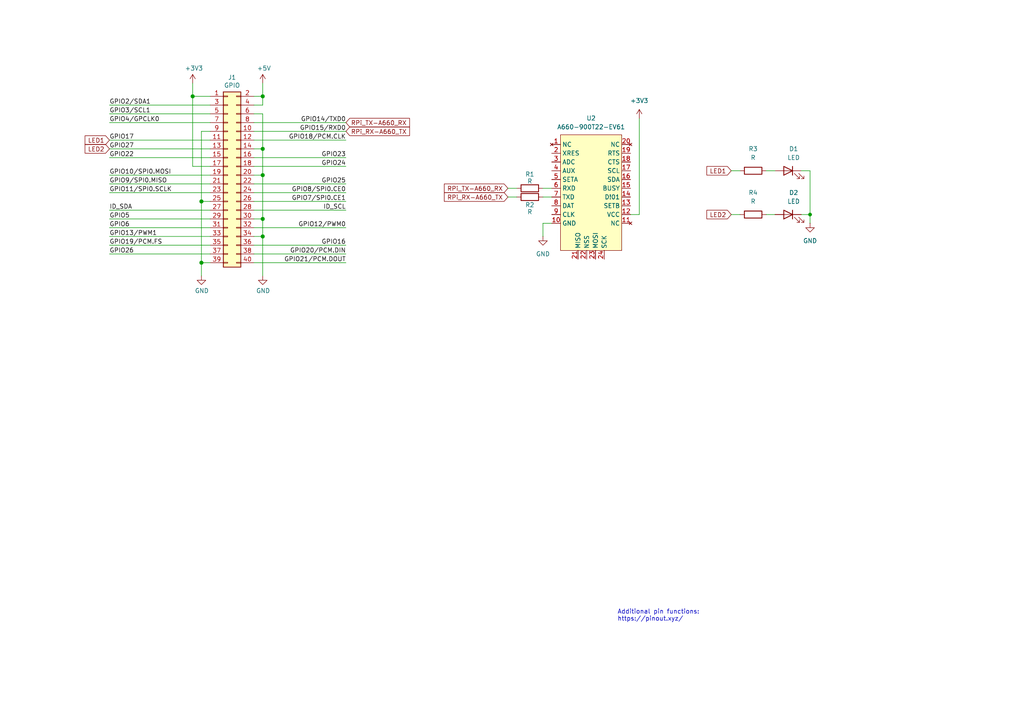
<source format=kicad_sch>
(kicad_sch (version 20250114) (generator "eeschema") (generator_version "9.0")
  (paper "A4")
  (title_block (date "15 nov 2012"))
  (lib_symbols
    (symbol "Connector_Generic:Conn_02x20_Odd_Even" (pin_names (offset 1.016) (hide yes))
      (property "Reference" "J" (at 1.27 25.4 0))
      (property "Value" "Conn_02x20_Odd_Even" (at 1.27 -27.94 0))
      (symbol "Conn_02x20_Odd_Even_1_1"
        (rectangle (start -1.27 24.13) (end 3.81 -26.67) (stroke (width 0.254)) (fill (type background)))
        (rectangle (start -1.27 22.987) (end 0 22.733) (stroke (width 0.1524)))
        (rectangle (start -1.27 20.447) (end 0 20.193) (stroke (width 0.1524)))
        (rectangle (start -1.27 17.907) (end 0 17.653) (stroke (width 0.1524)))
        (rectangle (start -1.27 15.367) (end 0 15.113) (stroke (width 0.1524)))
        (rectangle (start -1.27 12.827) (end 0 12.573) (stroke (width 0.1524)))
        (rectangle (start -1.27 10.287) (end 0 10.033) (stroke (width 0.1524)))
        (rectangle (start -1.27 7.747) (end 0 7.493) (stroke (width 0.1524)))
        (rectangle (start -1.27 5.207) (end 0 4.953) (stroke (width 0.1524)))
        (rectangle (start -1.27 2.667) (end 0 2.413) (stroke (width 0.1524)))
        (rectangle (start -1.27 0.127) (end 0 -0.127) (stroke (width 0.1524)))
        (rectangle (start -1.27 -2.413) (end 0 -2.667) (stroke (width 0.1524)))
        (rectangle (start -1.27 -4.953) (end 0 -5.207) (stroke (width 0.1524)))
        (rectangle (start -1.27 -7.493) (end 0 -7.747) (stroke (width 0.1524)))
        (rectangle (start -1.27 -10.033) (end 0 -10.287) (stroke (width 0.1524)))
        (rectangle (start -1.27 -12.573) (end 0 -12.827) (stroke (width 0.1524)))
        (rectangle (start -1.27 -15.113) (end 0 -15.367) (stroke (width 0.1524)))
        (rectangle (start -1.27 -17.653) (end 0 -17.907) (stroke (width 0.1524)))
        (rectangle (start -1.27 -20.193) (end 0 -20.447) (stroke (width 0.1524)))
        (rectangle (start -1.27 -22.733) (end 0 -22.987) (stroke (width 0.1524)))
        (rectangle (start -1.27 -25.273) (end 0 -25.527) (stroke (width 0.1524)))
        (rectangle (start 3.81 22.987) (end 2.54 22.733) (stroke (width 0.1524)))
        (rectangle (start 3.81 20.447) (end 2.54 20.193) (stroke (width 0.1524)))
        (rectangle (start 3.81 17.907) (end 2.54 17.653) (stroke (width 0.1524)))
        (rectangle (start 3.81 15.367) (end 2.54 15.113) (stroke (width 0.1524)))
        (rectangle (start 3.81 12.827) (end 2.54 12.573) (stroke (width 0.1524)))
        (rectangle (start 3.81 10.287) (end 2.54 10.033) (stroke (width 0.1524)))
        (rectangle (start 3.81 7.747) (end 2.54 7.493) (stroke (width 0.1524)))
        (rectangle (start 3.81 5.207) (end 2.54 4.953) (stroke (width 0.1524)))
        (rectangle (start 3.81 2.667) (end 2.54 2.413) (stroke (width 0.1524)))
        (rectangle (start 3.81 0.127) (end 2.54 -0.127) (stroke (width 0.1524)))
        (rectangle (start 3.81 -2.413) (end 2.54 -2.667) (stroke (width 0.1524)))
        (rectangle (start 3.81 -4.953) (end 2.54 -5.207) (stroke (width 0.1524)))
        (rectangle (start 3.81 -7.493) (end 2.54 -7.747) (stroke (width 0.1524)))
        (rectangle (start 3.81 -10.033) (end 2.54 -10.287) (stroke (width 0.1524)))
        (rectangle (start 3.81 -12.573) (end 2.54 -12.827) (stroke (width 0.1524)))
        (rectangle (start 3.81 -15.113) (end 2.54 -15.367) (stroke (width 0.1524)))
        (rectangle (start 3.81 -17.653) (end 2.54 -17.907) (stroke (width 0.1524)))
        (rectangle (start 3.81 -20.193) (end 2.54 -20.447) (stroke (width 0.1524)))
        (rectangle (start 3.81 -22.733) (end 2.54 -22.987) (stroke (width 0.1524)))
        (rectangle (start 3.81 -25.273) (end 2.54 -25.527) (stroke (width 0.1524)))
        (pin passive line (at -5.08 22.86 0) (length 3.81) (name "Pin_1") (number "1"))
        (pin passive line (at -5.08 20.32 0) (length 3.81) (name "Pin_3") (number "3"))
        (pin passive line (at -5.08 17.78 0) (length 3.81) (name "Pin_5") (number "5"))
        (pin passive line (at -5.08 15.24 0) (length 3.81) (name "Pin_7") (number "7"))
        (pin passive line (at -5.08 12.7 0) (length 3.81) (name "Pin_9") (number "9"))
        (pin passive line (at -5.08 10.16 0) (length 3.81) (name "Pin_11") (number "11"))
        (pin passive line (at -5.08 7.62 0) (length 3.81) (name "Pin_13") (number "13"))
        (pin passive line (at -5.08 5.08 0) (length 3.81) (name "Pin_15") (number "15"))
        (pin passive line (at -5.08 2.54 0) (length 3.81) (name "Pin_17") (number "17"))
        (pin passive line (at -5.08 0 0) (length 3.81) (name "Pin_19") (number "19"))
        (pin passive line (at -5.08 -2.54 0) (length 3.81) (name "Pin_21") (number "21"))
        (pin passive line (at -5.08 -5.08 0) (length 3.81) (name "Pin_23") (number "23"))
        (pin passive line (at -5.08 -7.62 0) (length 3.81) (name "Pin_25") (number "25"))
        (pin passive line (at -5.08 -10.16 0) (length 3.81) (name "Pin_27") (number "27"))
        (pin passive line (at -5.08 -12.7 0) (length 3.81) (name "Pin_29") (number "29"))
        (pin passive line (at -5.08 -15.24 0) (length 3.81) (name "Pin_31") (number "31"))
        (pin passive line (at -5.08 -17.78 0) (length 3.81) (name "Pin_33") (number "33"))
        (pin passive line (at -5.08 -20.32 0) (length 3.81) (name "Pin_35") (number "35"))
        (pin passive line (at -5.08 -22.86 0) (length 3.81) (name "Pin_37") (number "37"))
        (pin passive line (at -5.08 -25.4 0) (length 3.81) (name "Pin_39") (number "39"))
        (pin passive line (at 7.62 22.86 180) (length 3.81) (name "Pin_2") (number "2"))
        (pin passive line (at 7.62 20.32 180) (length 3.81) (name "Pin_4") (number "4"))
        (pin passive line (at 7.62 17.78 180) (length 3.81) (name "Pin_6") (number "6"))
        (pin passive line (at 7.62 15.24 180) (length 3.81) (name "Pin_8") (number "8"))
        (pin passive line (at 7.62 12.7 180) (length 3.81) (name "Pin_10") (number "10"))
        (pin passive line (at 7.62 10.16 180) (length 3.81) (name "Pin_12") (number "12"))
        (pin passive line (at 7.62 7.62 180) (length 3.81) (name "Pin_14") (number "14"))
        (pin passive line (at 7.62 5.08 180) (length 3.81) (name "Pin_16") (number "16"))
        (pin passive line (at 7.62 2.54 180) (length 3.81) (name "Pin_18") (number "18"))
        (pin passive line (at 7.62 0 180) (length 3.81) (name "Pin_20") (number "20"))
        (pin passive line (at 7.62 -2.54 180) (length 3.81) (name "Pin_22") (number "22"))
        (pin passive line (at 7.62 -5.08 180) (length 3.81) (name "Pin_24") (number "24"))
        (pin passive line (at 7.62 -7.62 180) (length 3.81) (name "Pin_26") (number "26"))
        (pin passive line (at 7.62 -10.16 180) (length 3.81) (name "Pin_28") (number "28"))
        (pin passive line (at 7.62 -12.7 180) (length 3.81) (name "Pin_30") (number "30"))
        (pin passive line (at 7.62 -15.24 180) (length 3.81) (name "Pin_32") (number "32"))
        (pin passive line (at 7.62 -17.78 180) (length 3.81) (name "Pin_34") (number "34"))
        (pin passive line (at 7.62 -20.32 180) (length 3.81) (name "Pin_36") (number "36"))
        (pin passive line (at 7.62 -22.86 180) (length 3.81) (name "Pin_38") (number "38"))
        (pin passive line (at 7.62 -25.4 180) (length 3.81) (name "Pin_40") (number "40"))
      )
    )
    (symbol "Device:LED" (pin_numbers (hide yes)) (pin_names (offset 1.016) (hide yes))
      (property "Reference" "D" (at 0 2.54 0))
      (property "Value" "LED" (at 0 -2.54 0))
      (symbol "LED_0_1"
        (polyline (pts (xy -3.048 -0.762) (xy -4.572 -2.286) (xy -3.81 -2.286) (xy -4.572 -2.286) (xy -4.572 -1.524)))
        (polyline (pts (xy -1.778 -0.762) (xy -3.302 -2.286) (xy -2.54 -2.286) (xy -3.302 -2.286) (xy -3.302 -1.524)))
        (polyline (pts (xy -1.27 0) (xy 1.27 0)))
        (polyline (pts (xy -1.27 -1.27) (xy -1.27 1.27)) (stroke (width 0.254)))
        (polyline (pts (xy 1.27 -1.27) (xy 1.27 1.27) (xy -1.27 0) (xy 1.27 -1.27)) (stroke (width 0.254)))
      )
      (symbol "LED_1_1"
        (pin passive line (at -3.81 0 0) (length 2.54) (name "K") (number "1"))
        (pin passive line (at 3.81 0 180) (length 2.54) (name "A") (number "2"))
      )
    )
    (symbol "Device:R" (pin_numbers (hide yes)) (pin_names (offset 0))
      (property "Reference" "R" (at 2.032 0 90))
      (property "Value" "R" (at 0 0 90))
      (symbol "R_0_1"
        (rectangle (start -1.016 -2.54) (end 1.016 2.54) (stroke (width 0.254)))
      )
      (symbol "R_1_1"
        (pin passive line (at 0 3.81 270) (length 1.27) (name "~") (number "1"))
        (pin passive line (at 0 -3.81 90) (length 1.27) (name "~") (number "2"))
      )
    )
    (symbol "GND_1" (power) (pin_numbers (hide yes)) (pin_names (offset 0) (hide yes))
      (property "Value" "GND" (at 0 -3.81 0))
      (symbol "GND_1_0_1"
        (polyline (pts (xy 0 0) (xy 0 -1.27) (xy 1.27 -1.27) (xy 0 -2.54) (xy -1.27 -1.27) (xy 0 -1.27)))
      )
      (symbol "GND_1_1_1"
        (pin power_in line (at 0 0 270) (length 0) (name "~") (number "1"))
      )
    )
    (symbol "GND_2" (power) (pin_numbers (hide yes)) (pin_names (offset 0) (hide yes))
      (property "Value" "GND" (at 0 -3.81 0))
      (symbol "GND_2_0_1"
        (polyline (pts (xy 0 0) (xy 0 -1.27) (xy 1.27 -1.27) (xy 0 -2.54) (xy -1.27 -1.27) (xy 0 -1.27)))
      )
      (symbol "GND_2_1_1"
        (pin power_in line (at 0 0 270) (length 0) (name "~") (number "1"))
      )
    )
    (symbol "MyParts:A660-900T22-EV61"
      (property "Reference" "U" (at 0 20.828 0))
      (property "Value" "A660-900T22-EV61" (at 0 18.288 0))
      (symbol "A660-900T22-EV61_1_1"
        (rectangle (start -8.89 16.764) (end 8.89 -16.764) (fill (type background)))
        (pin no_connect line (at -11.43 13.97 0) (length 2.54) (name "NC") (number "1"))
        (pin input line (at -11.43 11.43 0) (length 2.54) (name "XRES") (number "2"))
        (pin input line (at -11.43 8.89 0) (length 2.54) (name "ADC") (number "3"))
        (pin input line (at -11.43 6.35 0) (length 2.54) (name "AUX") (number "4"))
        (pin input line (at -11.43 3.81 0) (length 2.54) (name "SETA") (number "5"))
        (pin input line (at -11.43 1.27 0) (length 2.54) (name "RXD") (number "6"))
        (pin input line (at -11.43 -1.27 0) (length 2.54) (name "TXD") (number "7"))
        (pin input line (at -11.43 -3.81 0) (length 2.54) (name "DAT") (number "8"))
        (pin input line (at -11.43 -6.35 0) (length 2.54) (name "CLK") (number "9"))
        (pin power_in line (at -11.43 -8.89 0) (length 2.54) (name "GND") (number "10"))
        (pin input line (at -3.81 -19.304 90) (length 2.54) (name "MISO") (number "21"))
        (pin input line (at -1.27 -19.304 90) (length 2.54) (name "NSS") (number "22"))
        (pin input line (at 1.27 -19.304 90) (length 2.54) (name "MOSI") (number "23"))
        (pin input line (at 3.81 -19.304 90) (length 2.54) (name "SCK") (number "24"))
        (pin no_connect line (at 11.43 13.97 180) (length 2.54) (name "NC") (number "20"))
        (pin input line (at 11.43 11.43 180) (length 2.54) (name "RTS") (number "19"))
        (pin input line (at 11.43 8.89 180) (length 2.54) (name "CTS") (number "18"))
        (pin input line (at 11.43 6.35 180) (length 2.54) (name "SCL") (number "17"))
        (pin input line (at 11.43 3.81 180) (length 2.54) (name "SDA") (number "16"))
        (pin input line (at 11.43 1.27 180) (length 2.54) (name "BUSY") (number "15"))
        (pin input line (at 11.43 -1.27 180) (length 2.54) (name "D!01") (number "14"))
        (pin input line (at 11.43 -3.81 180) (length 2.54) (name "SETB") (number "13"))
        (pin power_in line (at 11.43 -6.35 180) (length 2.54) (name "VCC") (number "12"))
        (pin no_connect line (at 11.43 -8.89 180) (length 2.54) (name "NC") (number "11"))
      )
    )
    (symbol "power:+3.3V" (power) (pin_names (offset 0))
      (property "Value" "+3.3V" (at 0 3.556 0))
      (symbol "+3.3V_0_1"
        (polyline (pts (xy -0.762 1.27) (xy 0 2.54)))
        (polyline (pts (xy 0 2.54) (xy 0.762 1.27)))
        (polyline (pts (xy 0 0) (xy 0 2.54)))
      )
      (symbol "+3.3V_1_1"
        (pin power_in line (at 0 0 90) (length 0) (hide yes) (name "+3V3") (number "1"))
      )
    )
    (symbol "power:+3V3" (power) (pin_numbers (hide yes)) (pin_names (offset 0) (hide yes))
      (property "Value" "+3V3" (at 0 3.556 0))
      (symbol "+3V3_0_1"
        (polyline (pts (xy -0.762 1.27) (xy 0 2.54)))
        (polyline (pts (xy 0 2.54) (xy 0.762 1.27)))
        (polyline (pts (xy 0 0) (xy 0 2.54)))
      )
      (symbol "+3V3_1_1"
        (pin power_in line (at 0 0 90) (length 0) (name "~") (number "1"))
      )
    )
    (symbol "power:+5V" (power) (pin_names (offset 0))
      (property "Value" "+5V" (at 0 3.556 0))
      (symbol "+5V_0_1"
        (polyline (pts (xy -0.762 1.27) (xy 0 2.54)))
        (polyline (pts (xy 0 2.54) (xy 0.762 1.27)))
        (polyline (pts (xy 0 0) (xy 0 2.54)))
      )
      (symbol "+5V_1_1"
        (pin power_in line (at 0 0 90) (length 0) (hide yes) (name "+5V") (number "1"))
      )
    )
    (symbol "power:GND" (power) (pin_names (offset 0))
      (property "Value" "GND" (at 0 -3.81 0))
      (symbol "GND_0_1"
        (polyline (pts (xy 0 0) (xy 0 -1.27) (xy 1.27 -1.27) (xy 0 -2.54) (xy -1.27 -1.27) (xy 0 -1.27)))
      )
      (symbol "GND_1_1"
        (pin power_in line (at 0 0 270) (length 0) (hide yes) (name "GND") (number "1"))
      )
    )
  )
  (text "Additional pin functions:\nhttps://pinout.xyz/" (at 179.07 180.34 0) (effects (font (size 1.27 1.27)) (justify left bottom)))
  (junction (at 76.2 63.5) (diameter 1.016))
  (junction (at 55.88 27.94) (diameter 1.016))
  (junction (at 76.2 68.58) (diameter 1.016))
  (junction (at 58.42 58.42) (diameter 1.016))
  (junction (at 76.2 50.8) (diameter 1.016))
  (junction (at 76.2 43.18) (diameter 1.016))
  (junction (at 234.95 62.23))
  (junction (at 58.42 76.2) (diameter 1.016))
  (junction (at 76.2 27.94) (diameter 1.016))
  (wire (pts (xy 58.42 58.42) (xy 58.42 76.2)))
  (wire (pts (xy 73.66 58.42) (xy 100.33 58.42)))
  (wire (pts (xy 222.25 62.23) (xy 224.79 62.23)))
  (wire (pts (xy 60.96 40.64) (xy 31.75 40.64)))
  (wire (pts (xy 76.2 33.02) (xy 76.2 43.18)))
  (wire (pts (xy 76.2 50.8) (xy 73.66 50.8)))
  (wire (pts (xy 234.95 62.23) (xy 234.95 64.77)))
  (wire (pts (xy 76.2 63.5) (xy 76.2 68.58)))
  (wire (pts (xy 76.2 50.8) (xy 76.2 63.5)))
  (wire (pts (xy 73.66 35.56) (xy 100.33 35.56)))
  (wire (pts (xy 58.42 38.1) (xy 58.42 58.42)))
  (wire (pts (xy 58.42 38.1) (xy 60.96 38.1)))
  (wire (pts (xy 73.66 55.88) (xy 100.33 55.88)))
  (wire (pts (xy 60.96 60.96) (xy 31.75 60.96)))
  (wire (pts (xy 31.75 63.5) (xy 60.96 63.5)))
  (wire (pts (xy 185.42 34.29) (xy 185.42 62.23)))
  (wire (pts (xy 58.42 58.42) (xy 60.96 58.42)))
  (wire (pts (xy 73.66 45.72) (xy 100.33 45.72)))
  (wire (pts (xy 73.66 76.2) (xy 100.33 76.2)))
  (wire (pts (xy 58.42 76.2) (xy 58.42 80.01)))
  (wire (pts (xy 31.75 43.18) (xy 60.96 43.18)))
  (wire (pts (xy 232.41 49.53) (xy 234.95 49.53)))
  (wire (pts (xy 55.88 24.13) (xy 55.88 27.94)))
  (wire (pts (xy 76.2 68.58) (xy 73.66 68.58)))
  (wire (pts (xy 31.75 33.02) (xy 60.96 33.02)))
  (wire (pts (xy 214.63 49.53) (xy 212.09 49.53)))
  (wire (pts (xy 31.75 55.88) (xy 60.96 55.88)))
  (wire (pts (xy 55.88 48.26) (xy 60.96 48.26)))
  (wire (pts (xy 60.96 30.48) (xy 31.75 30.48)))
  (wire (pts (xy 185.42 62.23) (xy 182.88 62.23)))
  (wire (pts (xy 76.2 27.94) (xy 76.2 30.48)))
  (wire (pts (xy 76.2 43.18) (xy 76.2 50.8)))
  (wire (pts (xy 73.66 40.64) (xy 100.33 40.64)))
  (wire (pts (xy 76.2 43.18) (xy 73.66 43.18)))
  (wire (pts (xy 76.2 24.13) (xy 76.2 27.94)))
  (wire (pts (xy 31.75 35.56) (xy 60.96 35.56)))
  (wire (pts (xy 76.2 27.94) (xy 73.66 27.94)))
  (wire (pts (xy 234.95 49.53) (xy 234.95 62.23)))
  (wire (pts (xy 55.88 27.94) (xy 55.88 48.26)))
  (wire (pts (xy 73.66 48.26) (xy 100.33 48.26)))
  (wire (pts (xy 73.66 38.1) (xy 100.33 38.1)))
  (wire (pts (xy 31.75 45.72) (xy 60.96 45.72)))
  (wire (pts (xy 31.75 53.34) (xy 60.96 53.34)))
  (wire (pts (xy 222.25 49.53) (xy 224.79 49.53)))
  (wire (pts (xy 31.75 66.04) (xy 60.96 66.04)))
  (wire (pts (xy 76.2 30.48) (xy 73.66 30.48)))
  (wire (pts (xy 157.48 68.58) (xy 157.48 64.77)))
  (wire (pts (xy 31.75 71.12) (xy 60.96 71.12)))
  (wire (pts (xy 73.66 71.12) (xy 100.33 71.12)))
  (wire (pts (xy 73.66 66.04) (xy 100.33 66.04)))
  (wire (pts (xy 58.42 76.2) (xy 60.96 76.2)))
  (wire (pts (xy 147.32 54.61) (xy 149.86 54.61)))
  (wire (pts (xy 73.66 73.66) (xy 100.33 73.66)))
  (wire (pts (xy 76.2 33.02) (xy 73.66 33.02)))
  (wire (pts (xy 31.75 73.66) (xy 60.96 73.66)))
  (wire (pts (xy 232.41 62.23) (xy 234.95 62.23)))
  (wire (pts (xy 157.48 64.77) (xy 160.02 64.77)))
  (wire (pts (xy 214.63 62.23) (xy 212.09 62.23)))
  (wire (pts (xy 157.48 54.61) (xy 160.02 54.61)))
  (wire (pts (xy 157.48 57.15) (xy 160.02 57.15)))
  (wire (pts (xy 76.2 68.58) (xy 76.2 80.01)))
  (wire (pts (xy 73.66 53.34) (xy 100.33 53.34)))
  (wire (pts (xy 60.96 68.58) (xy 31.75 68.58)))
  (wire (pts (xy 76.2 63.5) (xy 73.66 63.5)))
  (wire (pts (xy 55.88 27.94) (xy 60.96 27.94)))
  (wire (pts (xy 147.32 57.15) (xy 149.86 57.15)))
  (wire (pts (xy 60.96 50.8) (xy 31.75 50.8)))
  (wire (pts (xy 73.66 60.96) (xy 100.33 60.96)))
  (label "ID_SDA" (at 31.75 60.96 0))
  (label "GPIO6" (at 31.75 66.04 0))
  (label "ID_SCL" (at 100.33 60.96 180))
  (label "GPIO5" (at 31.75 63.5 0))
  (label "GPIO21{slash}PCM.DOUT" (at 100.33 76.2 180))
  (label "GPIO19{slash}PCM.FS" (at 31.75 71.12 0))
  (label "GPIO10{slash}SPI0.MOSI" (at 31.75 50.8 0))
  (label "GPIO9{slash}SPI0.MISO" (at 31.75 53.34 0))
  (label "GPIO23" (at 100.33 45.72 180))
  (label "GPIO4{slash}GPCLK0" (at 31.75 35.56 0))
  (label "GPIO27" (at 31.75 43.18 0))
  (label "GPIO26" (at 31.75 73.66 0))
  (label "GPIO14{slash}TXD0" (at 100.33 35.56 180))
  (label "GPIO8{slash}SPI0.CE0" (at 100.33 55.88 180))
  (label "GPIO15{slash}RXD0" (at 100.33 38.1 180))
  (label "GPIO16" (at 100.33 71.12 180))
  (label "GPIO22" (at 31.75 45.72 0))
  (label "GPIO2{slash}SDA1" (at 31.75 30.48 0))
  (label "GPIO17" (at 31.75 40.64 0))
  (label "GPIO25" (at 100.33 53.34 180))
  (label "GPIO3{slash}SCL1" (at 31.75 33.02 0))
  (label "GPIO18{slash}PCM.CLK" (at 100.33 40.64 180))
  (label "GPIO12{slash}PWM0" (at 100.33 66.04 180))
  (label "GPIO13{slash}PWM1" (at 31.75 68.58 0))
  (label "GPIO20{slash}PCM.DIN" (at 100.33 73.66 180))
  (label "GPIO24" (at 100.33 48.26 180))
  (label "GPIO7{slash}SPI0.CE1" (at 100.33 58.42 180))
  (label "GPIO11{slash}SPI0.SCLK" (at 31.75 55.88 0))
  (global_label "RPi_TX-A660_RX" (shape input) (at 147.32 54.61 180) (property "Intersheetrefs" "${INTERSHEET_REFS}" (effects (hide yes))))
  (global_label "LED1" (shape input) (at 31.75 40.64 180) (property "Intersheetrefs" "${INTERSHEET_REFS}" (effects (hide yes))))
  (global_label "RPi_RX-A660_TX" (shape input) (at 100.33 38.1 0) (property "Intersheetrefs" "${INTERSHEET_REFS}" (effects (hide yes))))
  (global_label "RPi_TX-A660_RX" (shape input) (at 100.33 35.56 0) (property "Intersheetrefs" "${INTERSHEET_REFS}" (effects (hide yes))))
  (global_label "LED1" (shape input) (at 212.09 49.53 180) (property "Intersheetrefs" "${INTERSHEET_REFS}" (effects (hide yes))))
  (global_label "RPi_RX-A660_TX" (shape input) (at 147.32 57.15 180) (property "Intersheetrefs" "${INTERSHEET_REFS}" (effects (hide yes))))
  (global_label "LED2" (shape input) (at 31.75 43.18 180) (property "Intersheetrefs" "${INTERSHEET_REFS}" (effects (hide yes))))
  (global_label "LED2" (shape input) (at 212.09 62.23 180) (property "Intersheetrefs" "${INTERSHEET_REFS}" (effects (hide yes))))
  (symbol (lib_id "power:+5V") (at 76.2 24.13 0) (unit 1)
    (property "Reference" "#PWR01" (effects (hide yes)))
    (property "Value" "+5V" (at 76.5683 19.8056 0))
  )
  (symbol (lib_id "power:+3.3V") (at 55.88 24.13 0) (unit 1)
    (property "Reference" "#PWR04" (effects (hide yes)))
    (property "Value" "+3V3" (at 56.2483 19.8056 0))
  )
  (symbol (lib_id "power:GND") (at 76.2 80.01 0) (unit 1)
    (property "Reference" "#PWR02" (effects (hide yes)))
    (property "Value" "GND" (at 76.3143 84.3344 0))
  )
  (symbol (lib_id "power:GND") (at 58.42 80.01 0) (unit 1)
    (property "Reference" "#PWR03" (effects (hide yes)))
    (property "Value" "GND" (at 58.5343 84.3344 0))
  )
  (symbol (lib_id "Connector_Generic:Conn_02x20_Odd_Even") (at 66.04 50.8 0) (unit 1)
    (property "Reference" "J1" (at 67.31 22.4598 0))
    (property "Value" "GPIO" (at 67.31 24.765 0))
    (property "Footprint" "Connector_PinSocket_2.54mm:PinSocket_2x20_P2.54mm_Vertical" (effects (hide yes)))
  )
  (symbol (lib_id "Device:LED") (at 228.6 62.23 0) (mirror y) (unit 1)
    (property "Reference" "D2" (at 230.1875 55.88 0))
    (property "Value" "LED" (at 230.1875 58.42 0))
    (property "Footprint" "LED_THT:LED_D5.0mm" (effects (hide yes)))
    (property "Description" "Light emitting diode" (effects (hide yes)))
    (property "Sim.Pins" "1=K 2=A" (effects (hide yes)))
  )
  (symbol (lib_id "Device:R") (at 218.44 62.23 90) (unit 1)
    (property "Reference" "R4" (at 218.44 55.88 90))
    (property "Value" "R" (at 218.44 58.42 90))
    (property "Footprint" "Resistor_THT:R_Axial_DIN0207_L6.3mm_D2.5mm_P7.62mm_Horizontal" (effects (hide yes)))
    (property "Description" "Resistor" (effects (hide yes)))
  )
  (symbol (lib_id "Device:R") (at 218.44 49.53 90) (unit 1)
    (property "Reference" "R3" (at 218.44 43.18 90))
    (property "Value" "R" (at 218.44 45.72 90))
    (property "Footprint" "Resistor_THT:R_Axial_DIN0207_L6.3mm_D2.5mm_P7.62mm_Horizontal" (effects (hide yes)))
    (property "Description" "Resistor" (effects (hide yes)))
  )
  (symbol (lib_name "GND_2") (lib_id "power:GND") (at 234.95 64.77 0) (unit 1)
    (property "Reference" "#PWR07" (effects (hide yes)))
    (property "Value" "GND" (at 234.95 69.85 0))
    (property "Description" "Power symbol creates a global label with name \"GND\" , ground" (effects (hide yes)))
  )
  (symbol (lib_id "power:+3V3") (at 185.42 34.29 0) (unit 1)
    (property "Reference" "#PWR06" (effects (hide yes)))
    (property "Value" "+3V3" (at 185.42 29.21 0))
    (property "Description" "Power symbol creates a global label with name \"+3V3\"" (effects (hide yes)))
  )
  (symbol (lib_name "GND_1") (lib_id "power:GND") (at 157.48 68.58 0) (unit 1)
    (property "Reference" "#PWR05" (effects (hide yes)))
    (property "Value" "GND" (at 157.48 73.66 0))
    (property "Description" "Power symbol creates a global label with name \"GND\" , ground" (effects (hide yes)))
  )
  (symbol (lib_id "Device:R") (at 153.67 57.15 90) (unit 1)
    (property "Reference" "R2" (at 153.67 59.436 90))
    (property "Value" "R" (at 153.67 61.468 90))
    (property "Footprint" "Resistor_THT:R_Axial_DIN0207_L6.3mm_D2.5mm_P7.62mm_Horizontal" (effects (hide yes)))
    (property "Description" "Resistor" (effects (hide yes)))
  )
  (symbol (lib_id "Device:R") (at 153.67 54.61 270) (unit 1)
    (property "Reference" "R1" (at 153.67 50.546 90))
    (property "Value" "R" (at 153.67 52.578 90))
    (property "Footprint" "Resistor_THT:R_Axial_DIN0207_L6.3mm_D2.5mm_P7.62mm_Horizontal" (effects (hide yes)))
    (property "Description" "Resistor" (effects (hide yes)))
  )
  (symbol (lib_id "Device:LED") (at 228.6 49.53 0) (mirror y) (unit 1)
    (property "Reference" "D1" (at 230.1875 43.18 0))
    (property "Value" "LED" (at 230.1875 45.72 0))
    (property "Footprint" "LED_THT:LED_D5.0mm" (effects (hide yes)))
    (property "Description" "Light emitting diode" (effects (hide yes)))
    (property "Sim.Pins" "1=K 2=A" (effects (hide yes)))
  )
  (symbol (lib_id "MyParts:A660-900T22-EV61") (at 171.45 55.88 0) (unit 1)
    (property "Reference" "U2" (at 171.45 34.29 0))
    (property "Value" "A660-900T22-EV61" (at 171.45 36.83 0))
    (property "Footprint" "MyParts:A660-900T22-EV61" (effects (hide yes)))
    (property "Datasheet" "https://support.dragon-torch.tech/docs/lora/A660_ver.1.1/" (effects (hide yes)))
  )
)
</source>
